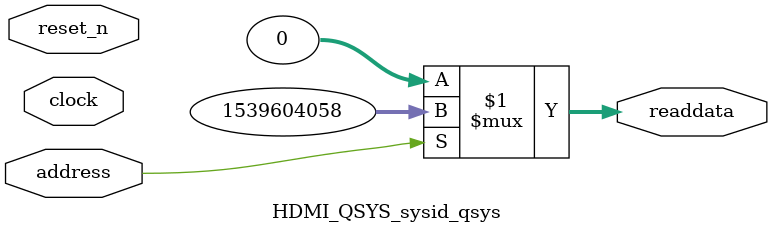
<source format=v>

`timescale 1ns / 1ps
// synthesis translate_on

// turn off superfluous verilog processor warnings 
// altera message_level Level1 
// altera message_off 10034 10035 10036 10037 10230 10240 10030 

module HDMI_QSYS_sysid_qsys (
               // inputs:
                address,
                clock,
                reset_n,

               // outputs:
                readdata
             )
;

  output  [ 31: 0] readdata;
  input            address;
  input            clock;
  input            reset_n;

  wire    [ 31: 0] readdata;
  //control_slave, which is an e_avalon_slave
  assign readdata = address ? 1539604058 : 0;

endmodule




</source>
